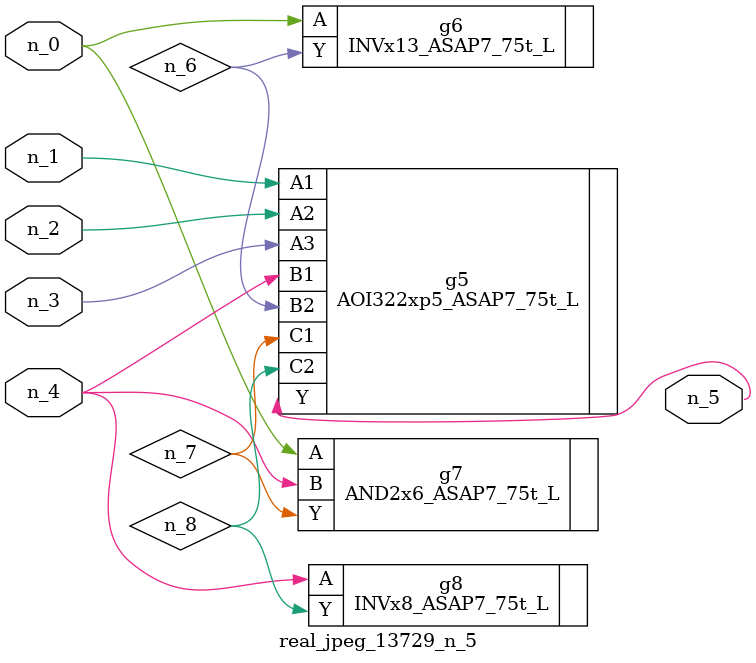
<source format=v>
module real_jpeg_13729_n_5 (n_4, n_0, n_1, n_2, n_3, n_5);

input n_4;
input n_0;
input n_1;
input n_2;
input n_3;

output n_5;

wire n_8;
wire n_6;
wire n_7;

INVx13_ASAP7_75t_L g6 ( 
.A(n_0),
.Y(n_6)
);

AND2x6_ASAP7_75t_L g7 ( 
.A(n_0),
.B(n_4),
.Y(n_7)
);

AOI322xp5_ASAP7_75t_L g5 ( 
.A1(n_1),
.A2(n_2),
.A3(n_3),
.B1(n_4),
.B2(n_6),
.C1(n_7),
.C2(n_8),
.Y(n_5)
);

INVx8_ASAP7_75t_L g8 ( 
.A(n_4),
.Y(n_8)
);


endmodule
</source>
